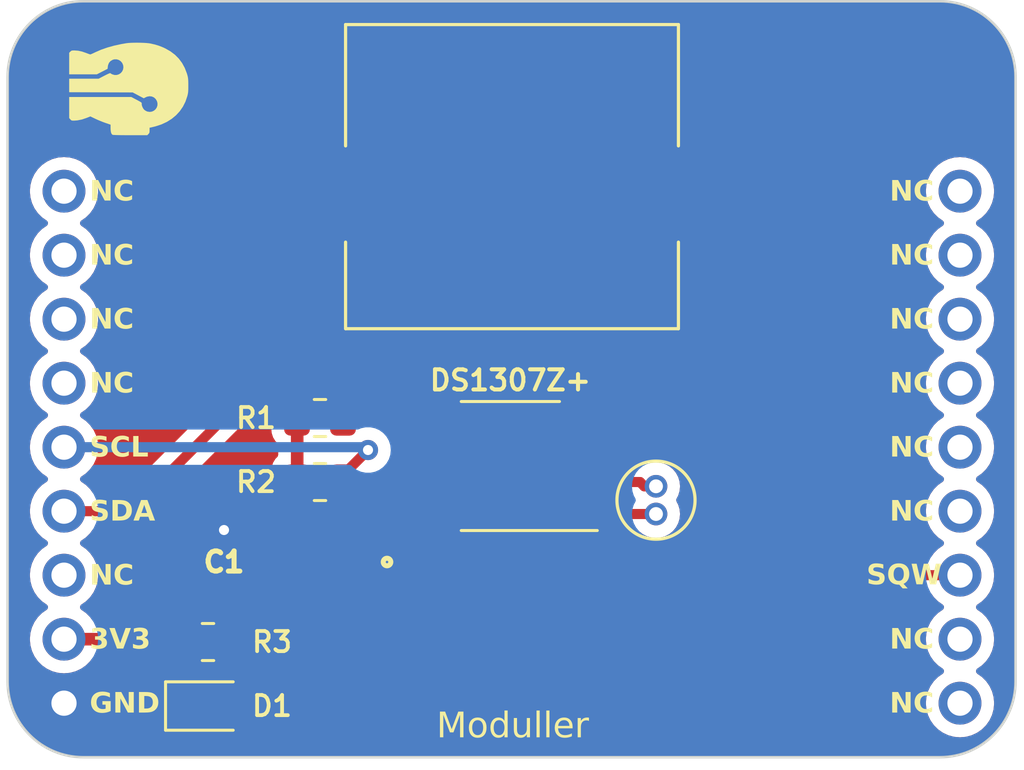
<source format=kicad_pcb>
(kicad_pcb (version 20221018) (generator pcbnew)
  (layers (0 "F.Cu" signal) (31 "B.Cu" signal) (34 "B.Paste" user) (35 "F.Paste" user) (36 "B.SilkS" user "B.Silkscreen") (37 "F.SilkS" user "F.Silkscreen") (38 "B.Mask" user) (39 "F.Mask" user) (44 "Edge.Cuts" user))
  (net 0 "")
  (net 1 "GND")
  (net 2 "+3V3")
  (net 3 "Net-(D1-A)")
  (net 4 "SDA")
  (net 5 "SCL")
  (net 6 "SQW")
  (net 20 "Net-(U3-VBAT)")
  (net 21 "Net-(U3-X1)")
  (net 22 "Net-(U3-X2)")
  (footprint "Resistor_SMD:R_0805_2012Metric" (layer "F.Cu") (at 111.76 90.805)
    (fp_text reference "R1" (at -2.54 0) (layer "F.SilkS") (effects (font (size 0.8 0.8) (thickness 0.15) bold)))
    (fp_text value "2.2k" hide)
    (fp_line (start -0.227064 -0.735) (end 0.227064 -0.735) (stroke (width 0.12)) (layer "F.SilkS"))
    (fp_line (start -0.227064 0.735) (end 0.227064 0.735) (stroke (width 0.12)) (layer "F.SilkS"))
    (pad "1" smd roundrect (at -0.9125 0) (size 1.025 1.4) (layers "F.Cu" "F.Paste" "F.Mask") (roundrect_rratio 0.243902) (net 2 "+3V3"))
    (pad "2" smd roundrect (at 0.9125 0) (size 1.025 1.4) (layers "F.Cu" "F.Paste" "F.Mask") (roundrect_rratio 0.243902) (net 4 "SDA"))
  )
  (footprint "Crystal:XTAL_ECS-.327-12.5-8X-C" (layer "F.Cu") (at 125.095 94.065 -90)
    (fp_text reference "Y1" hide)
    (fp_text value "32.768Khz" hide)
    (fp_circle (center 0 0) (end 1.55 0) (stroke (width 0.127)) (fill none) (layer "F.SilkS"))
    (pad "1" thru_hole circle (at -0.55 0 270) (size 0.9 0.9) (drill 0.55) (layers "*.Cu" "*.Mask") (net 22 "Net-(U3-X2)"))
    (pad "2" thru_hole circle (at 0.55 0 270) (size 0.9 0.9) (drill 0.55) (layers "*.Cu" "*.Mask") (net 21 "Net-(U3-X1)"))
  )
  (footprint "keystone_3001:BAT_3000TR" (layer "F.Cu") (at 119.38 81.915)
    (fp_text reference "BT1" hide)
    (fp_text value "3000TR" hide)
    (fp_line (start -6.605 -6.725) (end 6.605 -6.725) (stroke (width 0.127)) (layer "F.SilkS"))
    (fp_line (start -6.605 -1.91) (end -6.605 -6.725) (stroke (width 0.127)) (layer "F.SilkS"))
    (fp_line (start -6.605 5.345) (end -6.605 1.91) (stroke (width 0.127)) (layer "F.SilkS"))
    (fp_line (start 6.605 -6.725) (end 6.605 -1.91) (stroke (width 0.127)) (layer "F.SilkS"))
    (fp_line (start 6.605 5.345) (end -6.605 5.345) (stroke (width 0.127)) (layer "F.SilkS"))
    (fp_line (start 6.605 5.345) (end 6.605 1.91) (stroke (width 0.127)) (layer "F.SilkS"))
    (pad "N" smd rect (at 0 0) (size 3.96 3.96) (layers "F.Cu" "F.Mask") (net 1 "GND"))
    (pad "P1" smd rect (at -7.87 0) (size 3.18 3.18) (layers "F.Cu" "F.Paste" "F.Mask") (net 20 "Net-(U3-VBAT)"))
    (pad "P2" smd rect (at 7.87 0) (size 3.18 3.18) (layers "F.Cu" "F.Paste" "F.Mask") (net 20 "Net-(U3-VBAT)"))
  )
  (footprint "Capacitor_SMD:T491A" (layer "F.Cu") (at 111.76 96.52 180)
    (fp_text reference "C1" (at 3.81 0) (layer "F.SilkS") (effects (font (size 0.8 0.8) (thickness 0.2) bold)))
    (fp_text value "0.1uF" hide)
    (fp_circle (center -2.66 0) (end -2.66 0.05) (stroke (width 0.2)) (fill none) (layer "F.SilkS"))
    (pad "1" smd rect (at -1.31 0 270) (size 1.23 1.8) (layers "F.Cu" "F.Paste" "F.Mask") (net 2 "+3V3"))
    (pad "2" smd rect (at 1.31 0 270) (size 1.23 1.8) (layers "F.Cu" "F.Paste" "F.Mask") (net 1 "GND"))
  )
  (footprint "Moduler_:pin_header" (layer "F.Cu") (at 119.126 92.47052)
    (fp_text reference "U2" hide)
    (fp_text value "~" hide)
    (fp_text user "NC" (at -16.51 -7.62 unlocked) (layer "F.SilkS") (effects (font (size 0.8 0.8) (thickness 0.2) bold) (justify left bottom)))
    (fp_text user "NC" (at -16.51 -2.54 unlocked) (layer "F.SilkS") (effects (font (size 0.8 0.8) (thickness 0.2) bold) (justify left bottom)))
    (fp_text user "SDA" (at -16.51 2.54 unlocked) (layer "F.SilkS") (effects (font (size 0.8 0.8) (thickness 0.2) bold) (justify left bottom)))
    (fp_text user "SQW" (at 14.32 5.07 unlocked) (layer "F.SilkS") (effects (font (size 0.8 0.8) (thickness 0.2) bold) (justify left bottom)))
    (fp_text user "NC" (at 15.24 -7.62 unlocked) (layer "F.SilkS") (effects (font (size 0.8 0.8) (thickness 0.2) bold) (justify left bottom)))
    (fp_text user "NC" (at 15.24 -5.08 unlocked) (layer "F.SilkS") (effects (font (size 0.8 0.8) (thickness 0.2) bold) (justify left bottom)))
    (fp_text user "NC" (at -16.51 -10.16 unlocked) (layer "F.SilkS") (effects (font (size 0.8 0.8) (thickness 0.2) bold) (justify left bottom)))
    (fp_text user "3V3" (at -16.51 7.62 unlocked) (layer "F.SilkS") (effects (font (size 0.8 0.8) (thickness 0.2) bold) (justify left bottom)))
    (fp_text user "NC" (at 15.24 7.62 unlocked) (layer "F.SilkS") (effects (font (size 0.8 0.8) (thickness 0.2) bold) (justify left bottom)))
    (fp_text user "SCL" (at -16.51 0 unlocked) (layer "F.SilkS") (effects (font (size 0.8 0.8) (thickness 0.2) bold) (justify left bottom)))
    (fp_text user "NC" (at 15.24 10.16 unlocked) (layer "F.SilkS") (effects (font (size 0.8 0.8) (thickness 0.2) bold) (justify left bottom)))
    (fp_text user "NC" (at 15.24 2.54 unlocked) (layer "F.SilkS") (effects (font (size 0.8 0.8) (thickness 0.2) bold) (justify left bottom)))
    (fp_text user "GND" (at -16.51 10.16 unlocked) (layer "F.SilkS") (effects (font (size 0.8 0.8) (thickness 0.2) bold) (justify left bottom)))
    (fp_text user "NC" (at 15.24 0 unlocked) (layer "F.SilkS") (effects (font (size 0.8 0.8) (thickness 0.2) bold) (justify left bottom)))
    (fp_text user "NC" (at 15.24 -10.16 unlocked) (layer "F.SilkS") (effects (font (size 0.8 0.8) (thickness 0.2) bold) (justify left bottom)))
    (fp_text user "NC" (at 15.24 -2.54 unlocked) (layer "F.SilkS") (effects (font (size 0.8 0.8) (thickness 0.2) bold) (justify left bottom)))
    (fp_text user "NC" (at -16.51 5.08 unlocked) (layer "F.SilkS") (effects (font (size 0.8 0.8) (thickness 0.2) bold) (justify left bottom)))
    (fp_text user "Moduller" (at -2.7432 11.176 unlocked) (layer "F.SilkS") (effects (font (thickness 0.1)) (justify left bottom)))
    (fp_text user "NC" (at -16.51 -5.08 unlocked) (layer "F.SilkS") (effects (font (size 0.8 0.8) (thickness 0.2) bold) (justify left bottom)))
    (fp_poly (pts (xy -14.485582 -16.559009) (xy -14.360573 -16.554745) (xy -14.248636 -16.54798) (xy -14.157002 -16.538775) (xy -14.117924 -16.532703) (xy -13.929469 -16.491549) (xy -13.759531 -16.440533) (xy -13.595569 -16.375574) (xy -13.505604 -16.333511) (xy -13.302009 -16.218091) (xy -13.123321 -16.083397) (xy -12.969118 -15.928915) (xy -12.838978 -15.754131) (xy -12.73248 -15.558531) (xy -12.6492 -15.3416) (xy -12.625721 -15.261504) (xy -12.612959 -15.20932) (xy -12.603846 -15.156964) (xy -12.597806 -15.097579) (xy -12.594264 -15.024306) (xy -12.592645 -14.930288) (xy -12.59236 -14.863654) (xy -12.592671 -14.758539) (xy -12.594379 -14.67766) (xy -12.598173 -14.613669) (xy -12.604739 -14.559219) (xy -12.614766 -14.506962) (xy -12.628942 -14.449549) (xy -12.632287 -14.43698) (xy -12.705714 -14.221543) (xy -12.805363 -14.022972) (xy -12.930147 -13.842253) (xy -13.078978 -13.68037) (xy -13.250768 -13.538308) (xy -13.444431 -13.417053) (xy -13.658878 -13.317589) (xy -13.893022 -13.240901) (xy -13.975535 -13.220506) (xy -14.129547 -13.185381) (xy -14.129547 -13.083439) (xy -14.131087 -13.025365) (xy -14.138019 -12.987709) (xy -14.153807 -12.959356) (xy -14.17572 -12.935324) (xy -14.221893 -12.889151) (xy -14.898388 -12.889632) (xy -15.093554 -12.890179) (xy -15.257188 -12.891522) (xy -15.389336 -12.893662) (xy -15.490047 -12.896601) (xy -15.559371 -12.900339) (xy -15.597354 -12.904877) (xy -15.604006 -12.907041) (xy -15.639705 -12.944721) (xy -15.663541 -13.009816) (xy -15.675744 -13.103144) (xy -15.677582 -13.169023) (xy -15.677607 -13.307746) (xy -15.877323 -13.375342) (xy -15.973613 -13.410249) (xy -16.083694 -13.453796) (xy -16.193274 -13.500154) (xy -16.27912 -13.539209) (xy -16.481202 -13.63548) (xy -16.625058 -13.577237) (xy -16.814264 -13.51298) (xy -16.995657 -13.477073) (xy -17.112214 -13.468483) (xy -17.172568 -13.467793) (xy -17.210949 -13.471228) (xy -17.236949 -13.481681) (xy -17.260163 -13.502045) (xy -17.274123 -13.517292) (xy -17.320343 -13.568879) (xy -17.320343 -13.987224) (xy -17.320343 -14.405569) (xy -16.086926 -14.405569) (xy -14.85351 -14.405569) (xy -14.643801 -14.294889) (xy -14.56284 -14.251731) (xy -14.506066 -14.219928) (xy -14.469493 -14.196546) (xy -14.449134 -14.178651) (xy -14.441003 -14.163308) (xy -14.441111 -14.147581) (xy -14.441413 -14.14592) (xy -14.43976 -14.092795) (xy -14.421236 -14.027967) (xy -14.3904 -13.962942) (xy -14.35181 -13.909228) (xy -14.344762 -13.902005) (xy -14.296227 -13.865834) (xy -14.236644 -13.835404) (xy -14.214799 -13.827587) (xy -14.121045 -13.813694) (xy -14.033382 -13.827179) (xy -13.955509 -13.863953) (xy -13.891126 -13.919926) (xy -13.843932 -13.991011) (xy -13.817627 -14.073118) (xy -13.815911 -14.162158) (xy -13.838074 -14.243952) (xy -13.888707 -14.328311) (xy -13.95777 -14.389514) (xy -14.040589 -14.425955) (xy -14.132494 -14.436027) (xy -14.228811 -14.418125) (xy -14.281052 -14.396241) (xy -14.36193 -14.355321) (xy -14.581404 -14.471272) (xy -14.800878 -14.587224) (xy -16.06061 -14.591538) (xy -17.320343 -14.595853) (xy -17.320343 -14.86402) (xy -17.320343 -15.132186) (xy -16.736108 -15.132186) (xy -16.151873 -15.132186) (xy -15.92364 -15.25081) (xy -15.825628 -15.300328) (xy -15.752835 -15.333929) (xy -15.705794 -15.351385) (xy -15.685044 -15.352471) (xy -15.684533 -15.351839) (xy -15.664369 -15.334981) (xy -15.626413 -15.313259) (xy -15.608475 -15.304645) (xy -15.517344 -15.278515) (xy -15.42868 -15.280387) (xy -15.34665 -15.306716) (xy -15.27542 -15.353956) (xy -15.219157 -15.418565) (xy -15.182028 -15.496995) (xy -15.1682 -15.585704) (xy -15.178799 -15.670169) (xy -15.216089 -15.756834) (xy -15.2752 -15.826154) (xy -15.350432 -15.875231) (xy -15.436087 -15.901168) (xy -15.526465 -15.901066) (xy -15.594919 -15.881743) (xy -15.679764 -15.831605) (xy -15.7402 -15.761879) (xy -15.776844 -15.671686) (xy -15.787538 -15.6087) (xy -15.796027 -15.524455) (xy -16.008245 -15.415199) (xy -16.220463 -15.305942) (xy -16.770403 -15.305942) (xy -17.320343 -15.305942) (xy -17.320343 -15.73365) (xy -17.320343 -16.161358) (xy -17.27417 -16.207531) (xy -17.247441 -16.231634) (xy -17.221044 -16.24546) (xy -17.185152 -16.251797) (xy -17.129936 -16.253429) (xy -17.112261 -16.253429) (xy -16.965134 -16.242789) (xy -16.813828 -16.210492) (xy -16.650907 -16.15493) (xy -16.643254 -16.151886) (xy -16.580147 -16.127507) (xy -16.526736 -16.108472) (xy -16.490695 -16.097439) (xy -16.481152 -16.095743) (xy -16.459332 -16.102404) (xy -16.415439 -16.120594) (xy -16.35561 -16.147624) (xy -16.285983 -16.180807) (xy -16.277762 -16.184828) (xy -16.053998 -16.282606) (xy -15.80365 -16.369931) (xy -15.530295 -16.445763) (xy -15.237504 -16.509065) (xy -15.053614 -16.540657) (xy -14.971712 -16.549822) (xy -14.866727 -16.556178) (xy -14.74589 -16.559787) (xy -14.616431 -16.56071)) (fill solid) (layer "F.SilkS"))
    (fp_poly (pts (xy -19.759475 -15.361112) (xy -19.747896 -15.5134) (xy -19.728827 -15.663474) (xy -19.702457 -15.811146) (xy -19.668975 -15.956226) (xy -19.628568 -16.098527) (xy -19.581426 -16.23786) (xy -19.527736 -16.374037) (xy -19.467687 -16.506869) (xy -19.401468 -16.636168) (xy -19.329267 -16.761745) (xy -19.251272 -16.883413) (xy -19.167671 -17.000982) (xy -19.078654 -17.114264) (xy -18.984408 -17.223072) (xy -18.885122 -17.327215) (xy -18.780984 -17.426507) (xy -18.672182 -17.520758) (xy -18.558906 -17.609781) (xy -18.441343 -17.693386) (xy -18.319683 -17.771386) (xy -18.194112 -17.843591) (xy -18.06482 -17.909814) (xy -17.931995 -17.969866) (xy -17.795826 -18.023559) (xy -17.6565 -18.070704) (xy -17.514207 -18.111113) (xy -17.369134 -18.144597) (xy -17.221471 -18.170968) (xy -17.071405 -18.190038) (xy -16.919125 -18.201619) (xy -16.764819 -18.20552) (xy 17.238832 -18.20552) (xy 17.393137 -18.201619) (xy 17.545417 -18.190038) (xy 17.695483 -18.170968) (xy 17.843146 -18.144597) (xy 17.988219 -18.111113) (xy 18.130512 -18.070704) (xy 18.269837 -18.023559) (xy 18.406006 -17.969866) (xy 18.538831 -17.909814) (xy 18.668123 -17.843591) (xy 18.793694 -17.771386) (xy 18.915355 -17.693386) (xy 19.032917 -17.609781) (xy 19.146194 -17.520758) (xy 19.254995 -17.426507) (xy 19.359133 -17.327215) (xy 19.458419 -17.223072) (xy 19.552665 -17.114264) (xy 19.641683 -17.000982) (xy 19.725284 -16.883413) (xy 19.803279 -16.761745) (xy 19.87548 -16.636168) (xy 19.9417 -16.506869) (xy 20.001748 -16.374037) (xy 20.055438 -16.23786) (xy 20.102581 -16.098527) (xy 20.142987 -15.956226) (xy 20.17647 -15.811146) (xy 20.20284 -15.663474) (xy 20.221909 -15.5134) (xy 20.233488 -15.361112) (xy 20.23739 -15.206798) (xy 20.23739 8.797094) (xy 20.233488 8.951408) (xy 20.221909 9.103696) (xy 20.20284 9.25377) (xy 20.17647 9.401441) (xy 20.142987 9.546522) (xy 20.102581 9.688822) (xy 20.055438 9.828155) (xy 20.001748 9.964332) (xy 19.9417 10.097164) (xy 19.87548 10.226463) (xy 19.803279 10.352041) (xy 19.725284 10.473708) (xy 19.641683 10.591278) (xy 19.552665 10.70456) (xy 19.458419 10.813367) (xy 19.359133 10.917511) (xy 19.254995 11.016803) (xy 19.146194 11.111054) (xy 19.032917 11.200077) (xy 18.915355 11.283682) (xy 18.793694 11.361681) (xy 18.668123 11.433887) (xy 18.538831 11.50011) (xy 18.406006 11.560162) (xy 18.269837 11.613855) (xy 18.130512 11.661) (xy 17.988219 11.701409) (xy 17.843146 11.734893) (xy 17.695483 11.761265) (xy 17.545417 11.780334) (xy 17.393137 11.791915) (xy 17.238832 11.795817) (xy -16.764819 11.795817) (xy -16.919125 11.791915) (xy -17.071405 11.780334) (xy -17.221471 11.761265) (xy -17.369134 11.734893) (xy -17.514207 11.701409) (xy -17.6565 11.661) (xy -17.795826 11.613855) (xy -17.931995 11.560162) (xy -18.06482 11.50011) (xy -18.194112 11.433887) (xy -18.319683 11.361681) (xy -18.441343 11.283682) (xy -18.558906 11.200077) (xy -18.672182 11.111054) (xy -18.780984 11.016803) (xy -18.885122 10.917511) (xy -18.984408 10.813367) (xy -19.078654 10.70456) (xy -19.167671 10.591278) (xy -19.251272 10.473708) (xy -19.329267 10.352041) (xy -19.401468 10.226463) (xy -19.467687 10.097164) (xy -19.527736 9.964332) (xy -19.581426 9.828155) (xy -19.628568 9.688822) (xy -19.668975 9.546522) (xy -19.702457 9.401441) (xy -19.728827 9.25377) (xy -19.747896 9.103696) (xy -19.759475 8.951408) (xy -19.763377 8.797094) (xy -19.763377 -15.206798)) (stroke (width 0.1)) (fill none) (layer "Edge.Cuts"))
    (pad "1" thru_hole oval (at -17.526 -10.668) (size 1.7 1.7) (drill 1) (layers "*.Cu" "*.Mask"))
    (pad "2" thru_hole oval (at -17.526 -8.128) (size 1.7 1.7) (drill 1) (layers "*.Cu" "*.Mask"))
    (pad "3" thru_hole oval (at -17.526 -5.588) (size 1.7 1.7) (drill 1) (layers "*.Cu" "*.Mask"))
    (pad "4" thru_hole oval (at -17.526 -3.048) (size 1.7 1.7) (drill 1) (layers "*.Cu" "*.Mask"))
    (pad "5" thru_hole oval (at -17.526 -0.508) (size 1.7 1.7) (drill 1) (layers "*.Cu" "*.Mask") (net 5 "SCL"))
    (pad "6" thru_hole oval (at -17.526 2.032) (size 1.7 1.7) (drill 1) (layers "*.Cu" "*.Mask") (net 4 "SDA"))
    (pad "7" thru_hole oval (at -17.526 4.572) (size 1.7 1.7) (drill 1) (layers "*.Cu" "*.Mask"))
    (pad "8" thru_hole oval (at -17.526 7.112) (size 1.7 1.7) (drill 1) (layers "*.Cu" "*.Mask") (net 2 "+3V3"))
    (pad "9" thru_hole oval (at -17.526 9.652) (size 1.7 1.7) (drill 1) (layers "*.Cu" "*.Mask") (net 1 "GND"))
    (pad "10" thru_hole oval (at 18.034 9.652) (size 1.7 1.7) (drill 1) (layers "*.Cu" "*.Mask"))
    (pad "11" thru_hole oval (at 18.034 7.112) (size 1.7 1.7) (drill 1) (layers "*.Cu" "*.Mask"))
    (pad "12" thru_hole oval (at 18.034 4.572) (size 1.7 1.7) (drill 1) (layers "*.Cu" "*.Mask") (net 6 "SQW"))
    (pad "13" thru_hole oval (at 18.034 2.032) (size 1.7 1.7) (drill 1) (layers "*.Cu" "*.Mask"))
    (pad "14" thru_hole oval (at 18.034 -0.508) (size 1.7 1.7) (drill 1) (layers "*.Cu" "*.Mask"))
    (pad "15" thru_hole oval (at 18.034 -3.048) (size 1.7 1.7) (drill 1) (layers "*.Cu" "*.Mask"))
    (pad "16" thru_hole oval (at 18.034 -5.588) (size 1.7 1.7) (drill 1) (layers "*.Cu" "*.Mask"))
    (pad "17" thru_hole oval (at 18.034 -8.128) (size 1.7 1.7) (drill 1) (layers "*.Cu" "*.Mask"))
    (pad "18" thru_hole oval (at 18.034 -10.668) (size 1.7 1.7) (drill 1) (layers "*.Cu" "*.Mask"))
  )
  (footprint "Resistor_SMD:R_0805_2012Metric" (layer "F.Cu") (at 111.76 93.345)
    (fp_text reference "R2" (at -2.54 0) (layer "F.SilkS") (effects (font (size 0.8 0.8) (thickness 0.15) bold)))
    (fp_text value "2.2k" hide)
    (fp_line (start -0.227064 -0.735) (end 0.227064 -0.735) (stroke (width 0.12)) (layer "F.SilkS"))
    (fp_line (start -0.227064 0.735) (end 0.227064 0.735) (stroke (width 0.12)) (layer "F.SilkS"))
    (pad "1" smd roundrect (at -0.9125 0) (size 1.025 1.4) (layers "F.Cu" "F.Paste" "F.Mask") (roundrect_rratio 0.243902) (net 2 "+3V3"))
    (pad "2" smd roundrect (at 0.9125 0) (size 1.025 1.4) (layers "F.Cu" "F.Paste" "F.Mask") (roundrect_rratio 0.243902) (net 5 "SCL"))
  )
  (footprint "LED_SMD:LED_0805_2012Metric" (layer "F.Cu") (at 107.315 102.235)
    (fp_text reference "D1" (at 2.54 0) (layer "F.SilkS") (effects (font (size 0.8 0.8) (thickness 0.15) bold)))
    (fp_text value "LED" hide)
    (fp_line (start -1.685 -0.96) (end -1.685 0.96) (stroke (width 0.12)) (layer "F.SilkS"))
    (fp_line (start -1.685 0.96) (end 1 0.96) (stroke (width 0.12)) (layer "F.SilkS"))
    (fp_line (start 1 -0.96) (end -1.685 -0.96) (stroke (width 0.12)) (layer "F.SilkS"))
    (pad "1" smd roundrect (at -0.9375 0) (size 0.975 1.4) (layers "F.Cu" "F.Paste" "F.Mask") (net 1 "GND"))
    (pad "2" smd roundrect (at 0.9375 0) (size 0.975 1.4) (layers "F.Cu" "F.Paste" "F.Mask") (net 3 "Net-(D1-A)"))
  )
  (footprint "Package_SO:SOIC-8_3.9x4.9mm_P1.27mm" (layer "F.Cu") (at 119.315 92.71 180)
    (fp_text reference "U3" hide)
    (fp_text value "DS1307Z+" (at 0 3.4) (layer "F.SilkS") (effects (font (size 0.8 0.8) (thickness 0.16) bold)))
    (fp_line (start 0 -2.56) (end -3.45 -2.56) (stroke (width 0.12)) (layer "F.SilkS"))
    (fp_line (start 0 -2.56) (end 1.95 -2.56) (stroke (width 0.12)) (layer "F.SilkS"))
    (fp_line (start 0 2.56) (end -1.95 2.56) (stroke (width 0.12)) (layer "F.SilkS"))
    (fp_line (start 0 2.56) (end 1.95 2.56) (stroke (width 0.12)) (layer "F.SilkS"))
    (pad "1" smd roundrect (at -2.475 -1.905 180) (size 1.95 0.6) (layers "F.Cu" "F.Paste" "F.Mask") (net 21 "Net-(U3-X1)"))
    (pad "2" smd roundrect (at -2.475 -0.635 180) (size 1.95 0.6) (layers "F.Cu" "F.Paste" "F.Mask") (net 22 "Net-(U3-X2)"))
    (pad "3" smd roundrect (at -2.475 0.635 180) (size 1.95 0.6) (layers "F.Cu" "F.Paste" "F.Mask") (net 20 "Net-(U3-VBAT)"))
    (pad "4" smd roundrect (at -2.475 1.905 180) (size 1.95 0.6) (layers "F.Cu" "F.Paste" "F.Mask") (net 1 "GND"))
    (pad "5" smd roundrect (at 2.475 1.905 180) (size 1.95 0.6) (layers "F.Cu" "F.Paste" "F.Mask") (net 4 "SDA"))
    (pad "6" smd roundrect (at 2.475 0.635 180) (size 1.95 0.6) (layers "F.Cu" "F.Paste" "F.Mask") (net 5 "SCL"))
    (pad "7" smd roundrect (at 2.475 -0.635 180) (size 1.95 0.6) (layers "F.Cu" "F.Paste" "F.Mask") (net 6 "SQW"))
    (pad "8" smd roundrect (at 2.475 -1.905 180) (size 1.95 0.6) (layers "F.Cu" "F.Paste" "F.Mask") (net 2 "+3V3"))
  )
  (footprint "Resistor_SMD:R_0805_2012Metric" (layer "F.Cu") (at 107.315 99.695)
    (fp_text reference "R3" (at 2.54 0) (layer "F.SilkS") (effects (font (size 0.8 0.8) (thickness 0.15) bold)))
    (fp_text value "470r" hide)
    (fp_line (start -0.227064 -0.735) (end 0.227064 -0.735) (stroke (width 0.12)) (layer "F.SilkS"))
    (fp_line (start -0.227064 0.735) (end 0.227064 0.735) (stroke (width 0.12)) (layer "F.SilkS"))
    (pad "1" smd roundrect (at -0.9125 0) (size 1.025 1.4) (layers "F.Cu" "F.Paste" "F.Mask") (roundrect_rratio 0.243902) (net 2 "+3V3"))
    (pad "2" smd roundrect (at 0.9125 0) (size 1.025 1.4) (layers "F.Cu" "F.Paste" "F.Mask") (roundrect_rratio 0.243902) (net 3 "Net-(D1-A)"))
  )
  (via (at 107.95 95.25) (size 0.8) (drill 0.4) (layers "F.Cu" "B.Cu") (net 1))
  (segment (start 112.7525 95.25) (end 112.7525 96.2025) (width 0.5) (layer "F.Cu") (net 2))
  (segment (start 113.07 96.52) (end 113.07 95.21) (width 0.5) (layer "F.Cu") (net 2))
  (segment (start 106.29002 99.58252) (end 106.4025 99.695) (width 0.5) (layer "F.Cu") (net 2))
  (segment (start 112.134043 98.070957) (end 113.07 97.135) (width 0.5) (layer "F.Cu") (net 2))
  (segment (start 113.07 95.21) (end 113.665 94.615) (width 0.5) (layer "F.Cu") (net 2))
  (segment (start 110.854412 90.811912) (end 110.8475 90.805) (width 0.5) (layer "F.Cu") (net 2))
  (segment (start 106.4025 98.827492) (end 107.159035 98.070957) (width 0.5) (layer "F.Cu") (net 2))
  (segment (start 107.159035 98.070957) (end 112.134043 98.070957) (width 0.5) (layer "F.Cu") (net 2))
  (segment (start 101.6 99.58252) (end 106.29002 99.58252) (width 0.5) (layer "F.Cu") (net 2))
  (segment (start 110.8475 94.3375) (end 111.76 95.25) (width 0.5) (layer "F.Cu") (net 2))
  (segment (start 110.8475 93.345) (end 110.854412 93.338088) (width 0.5) (layer "F.Cu") (net 2))
  (segment (start 110.8475 93.345) (end 110.8475 94.3375) (width 0.5) (layer "F.Cu") (net 2))
  (segment (start 110.854412 93.338088) (end 110.854412 90.811912) (width 0.5) (layer "F.Cu") (net 2))
  (segment (start 112.7525 96.2025) (end 113.07 96.52) (width 0.5) (layer "F.Cu") (net 2))
  (segment (start 106.4025 99.695) (end 106.4025 98.827492) (width 0.5) (layer "F.Cu") (net 2))
  (segment (start 113.665 94.615) (end 116.84 94.615) (width 0.5) (layer "F.Cu") (net 2))
  (segment (start 113.07 97.135) (end 113.07 96.52) (width 0.5) (layer "F.Cu") (net 2))
  (segment (start 111.76 95.25) (end 112.7525 95.25) (width 0.5) (layer "F.Cu") (net 2))
  (segment (start 108.2525 102.235) (end 108.2525 99.72) (width 0.4) (layer "F.Cu") (net 3))
  (segment (start 108.2525 99.72) (end 108.2275 99.695) (width 0.4) (layer "F.Cu") (net 3))
  (segment (start 112.453266 89.235766) (end 109.519234 89.235766) (width 0.4) (layer "F.Cu") (net 4))
  (segment (start 112.6725 89.455) (end 112.453266 89.235766) (width 0.4) (layer "F.Cu") (net 4))
  (segment (start 112.6725 90.805) (end 112.6725 89.455) (width 0.4) (layer "F.Cu") (net 4))
  (segment (start 104.25248 94.50252) (end 101.6 94.50252) (width 0.4) (layer "F.Cu") (net 4))
  (segment (start 109.519234 89.235766) (end 104.25248 94.50252) (width 0.4) (layer "F.Cu") (net 4))
  (segment (start 112.6725 90.805) (end 116.84 90.805) (width 0.4) (layer "F.Cu") (net 4))
  (segment (start 114.3 93.345) (end 112.6725 93.345) (width 0.4) (layer "F.Cu") (net 5))
  (segment (start 116.84 92.075) (end 115.57 92.075) (width 0.4) (layer "F.Cu") (net 5))
  (segment (start 115.57 92.075) (end 114.3 93.345) (width 0.4) (layer "F.Cu") (net 5))
  (segment (start 112.6725 93.345) (end 112.6725 93.0675) (width 0.4) (layer "F.Cu") (net 5))
  (segment (start 112.6725 93.0675) (end 113.665 92.075) (width 0.4) (layer "F.Cu") (net 5))
  (via (at 113.665 92.075) (size 0.8) (drill 0.4) (layers "F.Cu" "B.Cu") (net 5))
  (segment (start 113.55252 91.96252) (end 101.6 91.96252) (width 0.4) (layer "B.Cu") (net 5))
  (segment (start 113.665 92.075) (end 113.55252 91.96252) (width 0.4) (layer "B.Cu") (net 5))
  (segment (start 118.334022 93.345) (end 122.031542 97.04252) (width 0.4) (layer "F.Cu") (net 6))
  (segment (start 116.84 93.345) (end 118.334022 93.345) (width 0.4) (layer "F.Cu") (net 6))
  (segment (start 122.031542 97.04252) (end 137.16 97.04252) (width 0.4) (layer "F.Cu") (net 6))
  (segment (start 116.205 87.63) (end 113.665 87.63) (width 0.4) (layer "F.Cu") (net 20))
  (segment (start 121.79 92.075) (end 120.65 92.075) (width 0.4) (layer "F.Cu") (net 20))
  (segment (start 127.25 89.285) (end 127.25 81.915) (width 0.4) (layer "F.Cu") (net 20))
  (segment (start 111.51 85.475) (end 111.51 81.915) (width 0.4) (layer "F.Cu") (net 20))
  (segment (start 113.665 87.63) (end 111.51 85.475) (width 0.4) (layer "F.Cu") (net 20))
  (segment (start 121.79 92.075) (end 124.46 92.075) (width 0.4) (layer "F.Cu") (net 20))
  (segment (start 120.65 92.075) (end 116.205 87.63) (width 0.4) (layer "F.Cu") (net 20))
  (segment (start 124.46 92.075) (end 127.25 89.285) (width 0.4) (layer "F.Cu") (net 20))
  (segment (start 121.79 94.615) (end 125.095 94.615) (width 0.4) (layer "F.Cu") (net 21))
  (segment (start 124.63 93.515) (end 125.095 93.515) (width 0.4) (layer "F.Cu") (net 22))
  (segment (start 121.79 93.345) (end 124.46 93.345) (width 0.4) (layer "F.Cu") (net 22))
  (segment (start 124.46 93.345) (end 124.63 93.515) (width 0.4) (layer "F.Cu") (net 22))
  (zone (net 1) (net_name "GND") (layers "F&B.Cu") (connect_pads yes (clearance 0.5)) (min_thickness 0.25) (fill yes (thermal_gap 0.5) (thermal_bridge_width 0.5))
    (polygon (pts (xy 99.06 74.295) (xy 139.7 74.295) (xy 139.7 104.775) (xy 99.06 104.775)))
  )
)
</source>
